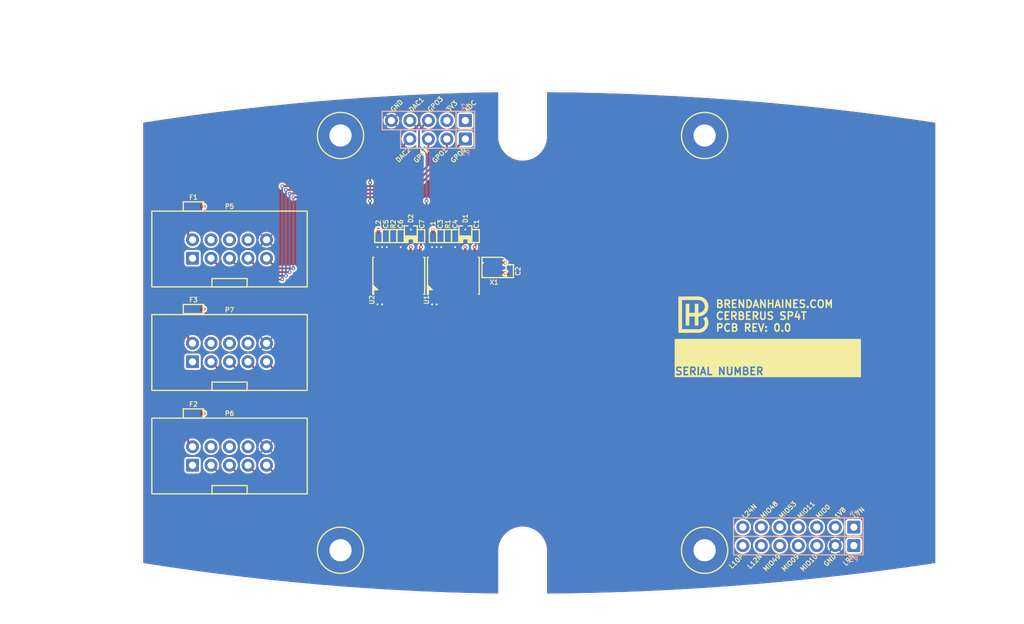
<source format=kicad_pcb>
(kicad_pcb
	(version 20240108)
	(generator "pcbnew")
	(generator_version "8.0")
	(general
		(thickness 1.6)
		(legacy_teardrops no)
	)
	(paper "A")
	(title_block
		(title "${PROJECT_NAME}")
		(rev "${PCB_REVISION}")
		(company "BRENDANHAINES.COM")
	)
	(layers
		(0 "F.Cu" signal)
		(1 "In1.Cu" signal)
		(2 "In2.Cu" signal)
		(31 "B.Cu" signal)
		(32 "B.Adhes" user "B.Adhesive")
		(33 "F.Adhes" user "F.Adhesive")
		(34 "B.Paste" user)
		(35 "F.Paste" user)
		(36 "B.SilkS" user "B.Silkscreen")
		(37 "F.SilkS" user "F.Silkscreen")
		(38 "B.Mask" user)
		(39 "F.Mask" user)
		(40 "Dwgs.User" user "User.Drawings")
		(41 "Cmts.User" user "User.Comments")
		(42 "Eco1.User" user "User.Eco1")
		(43 "Eco2.User" user "User.Eco2")
		(44 "Edge.Cuts" user)
		(45 "Margin" user)
		(46 "B.CrtYd" user "B.Courtyard")
		(47 "F.CrtYd" user "F.Courtyard")
		(48 "B.Fab" user)
		(49 "F.Fab" user)
		(50 "User.1" user)
		(51 "User.2" user)
		(52 "User.3" user)
		(53 "User.4" user)
		(54 "User.5" user)
		(55 "User.6" user)
		(56 "User.7" user)
		(57 "User.8" user)
		(58 "User.9" user)
	)
	(setup
		(stackup
			(layer "F.SilkS"
				(type "Top Silk Screen")
				(color "White")
			)
			(layer "F.Paste"
				(type "Top Solder Paste")
			)
			(layer "F.Mask"
				(type "Top Solder Mask")
				(color "Green")
				(thickness 0.01)
			)
			(layer "F.Cu"
				(type "copper")
				(thickness 0.035)
			)
			(layer "dielectric 1"
				(type "core")
				(thickness 0.48)
				(material "FR4")
				(epsilon_r 4.5)
				(loss_tangent 0.02)
			)
			(layer "In1.Cu"
				(type "copper")
				(thickness 0.035)
			)
			(layer "dielectric 2"
				(type "prepreg")
				(thickness 0.48)
				(material "FR4")
				(epsilon_r 4.5)
				(loss_tangent 0.02)
			)
			(layer "In2.Cu"
				(type "copper")
				(thickness 0.035)
			)
			(layer "dielectric 3"
				(type "core")
				(thickness 0.48)
				(material "FR4")
				(epsilon_r 4.5)
				(loss_tangent 0.02)
			)
			(layer "B.Cu"
				(type "copper")
				(thickness 0.035)
			)
			(layer "B.Mask"
				(type "Bottom Solder Mask")
				(color "Green")
				(thickness 0.01)
			)
			(layer "B.Paste"
				(type "Bottom Solder Paste")
			)
			(layer "B.SilkS"
				(type "Bottom Silk Screen")
				(color "White")
			)
			(copper_finish "ENIG")
			(dielectric_constraints no)
		)
		(pad_to_mask_clearance 0)
		(allow_soldermask_bridges_in_footprints no)
		(grid_origin 80.01 123.19)
		(pcbplotparams
			(layerselection 0x00010fc_ffffffff)
			(plot_on_all_layers_selection 0x0000000_00000000)
			(disableapertmacros no)
			(usegerberextensions no)
			(usegerberattributes yes)
			(usegerberadvancedattributes yes)
			(creategerberjobfile yes)
			(dashed_line_dash_ratio 12.000000)
			(dashed_line_gap_ratio 3.000000)
			(svgprecision 4)
			(plotframeref no)
			(viasonmask no)
			(mode 1)
			(useauxorigin no)
			(hpglpennumber 1)
			(hpglpenspeed 20)
			(hpglpendiameter 15.000000)
			(pdf_front_fp_property_popups yes)
			(pdf_back_fp_property_popups yes)
			(dxfpolygonmode yes)
			(dxfimperialunits yes)
			(dxfusepcbnewfont yes)
			(psnegative no)
			(psa4output no)
			(plotreference yes)
			(plotvalue yes)
			(plotfptext yes)
			(plotinvisibletext no)
			(sketchpadsonfab no)
			(subtractmaskfromsilk no)
			(outputformat 1)
			(mirror no)
			(drillshape 1)
			(scaleselection 1)
			(outputdirectory "")
		)
	)
	(property "PCB_REVISION" "0.0")
	(property "PROJECT_NAME" "CERBERUS SP4T")
	(net 0 "")
	(net 1 "GND")
	(net 2 "/GPO1")
	(net 3 "/GPO2")
	(net 4 "/DAC2")
	(net 5 "/GPO0")
	(net 6 "/ADC")
	(net 7 "/DAC1")
	(net 8 "/GPO3")
	(net 9 "VDC_3V3")
	(net 10 "/L12N")
	(net 11 "/L9N")
	(net 12 "/L10P")
	(net 13 "/MIO49")
	(net 14 "/MIO09")
	(net 15 "/MIO10")
	(net 16 "/MIO48")
	(net 17 "/MIO11")
	(net 18 "/L24N")
	(net 19 "/MIO0")
	(net 20 "/L7N")
	(net 21 "VDC_1V8")
	(net 22 "/MIO53")
	(net 23 "Net-(U1-VA)")
	(net 24 "Net-(U1-VREF)")
	(net 25 "Net-(U2-VA)")
	(net 26 "Net-(U2-VREF)")
	(net 27 "/D1_7")
	(net 28 "/D1_6")
	(net 29 "/ADC_CLK")
	(net 30 "/D1_3")
	(net 31 "/D1_5")
	(net 32 "/D1_4")
	(net 33 "/D1_2")
	(net 34 "/D1_0")
	(net 35 "/D1_1")
	(net 36 "/D2_6")
	(net 37 "/D2_1")
	(net 38 "/D2_0")
	(net 39 "/D2_2")
	(net 40 "/D2_4")
	(net 41 "/D2_5")
	(net 42 "/D2_3")
	(net 43 "/D2_7")
	(net 44 "Net-(F2-Pad2)")
	(net 45 "Net-(F3-Pad2)")
	(net 46 "Net-(F1-Pad2)")
	(net 47 "unconnected-(P5-Pad8)")
	(net 48 "unconnected-(P5-Pad4)")
	(net 49 "unconnected-(P5-Pad6)")
	(net 50 "unconnected-(P5-Pad1)")
	(net 51 "unconnected-(P6-Pad6)")
	(net 52 "unconnected-(P6-Pad8)")
	(net 53 "unconnected-(P6-Pad1)")
	(net 54 "unconnected-(P6-Pad4)")
	(net 55 "unconnected-(P7-Pad1)")
	(net 56 "unconnected-(P7-Pad4)")
	(net 57 "unconnected-(P7-Pad8)")
	(net 58 "unconnected-(P7-Pad6)")
	(footprint "common:R0603" (layer "F.Cu") (at 59.817 90.043 180))
	(footprint "common:SOP20_TI_PW0020A" (layer "F.Cu") (at 88.011 85.471 90))
	(footprint "common:PinHeader_2x05_P2.54mm_Vertical_Shrouded" (layer "F.Cu") (at 59.69 97.282))
	(footprint "common:MH120X230_#4" (layer "F.Cu") (at 130.0099 123.19))
	(footprint "common:SOD-323" (layer "F.Cu") (at 89.662 79.756 90))
	(footprint "common:C0402" (layer "F.Cu") (at 95.762 80.01 90))
	(footprint "common:C0402" (layer "F.Cu") (at 98.556 80.01 90))
	(footprint "common:LOGO_BH" (layer "F.Cu") (at 128.905 93.218))
	(footprint "common:PinHeader_2x05_P2.54mm_Vertical_Shrouded" (layer "F.Cu") (at 59.69 111.506))
	(footprint "common:C0402" (layer "F.Cu") (at 93.73 80.01 90))
	(footprint "common:SOD-323" (layer "F.Cu") (at 97.159 79.756 90))
	(footprint "common:C0402" (layer "F.Cu") (at 88.265 80.01 90))
	(footprint "common:R0603" (layer "F.Cu") (at 59.817 104.394 180))
	(footprint "common:C0402" (layer "F.Cu") (at 86.233 80.01 90))
	(footprint "common:OSCILLATOR_250X200" (layer "F.Cu") (at 101.092 84.328 -90))
	(footprint "common:PinHeader_2x05_P2.54mm_Vertical_Shrouded" (layer "F.Cu") (at 59.69 83.058))
	(footprint "common:MH120X230_#4" (layer "F.Cu") (at 130.0099 66.1924))
	(footprint "common:R0402" (layer "F.Cu") (at 87.249 80.01 -90))
	(footprint "common:R0603" (layer "F.Cu") (at 59.817 75.946 180))
	(footprint "common:MH120X230_#4" (layer "F.Cu") (at 80.01 123.19))
	(footprint "common:SOP20_TI_PW0020A" (layer "F.Cu") (at 95.504 85.471 90))
	(footprint "common:C0402" (layer "F.Cu") (at 91.059 80.01 90))
	(footprint "common:R0402" (layer "F.Cu") (at 94.746 80.01 -90))
	(footprint "common:MH120X230_#4" (layer "F.Cu") (at 80.01 66.1924))
	(footprint "common:R0402" (layer "F.Cu") (at 85.217 80.01 -90))
	(footprint "common:C0402" (layer "F.Cu") (at 103.251 84.836 90))
	(footprint "common:R0402" (layer "F.Cu") (at 92.714 80.01 -90))
	(footprint "common:PinHeader_1x07_P2.54mm_Vertical" (layer "B.Cu") (at 150.495 120.015 180))
	(footprint "common:PinHeader_1x07_P2.54mm_Vertical" (layer "B.Cu") (at 150.495 122.555 180))
	(footprint "common:PinHeader_1x04_P2.54mm_Vertical" (layer "B.Cu") (at 97.155 66.675 180))
	(footprint "common:PinHeader_1x05_P2.54mm_Vertical" (layer "B.Cu") (at 97.155 64.135 180))
	(gr_poly
		(pts
			(xy 138.176 99.314) (xy 151.384 99.314) (xy 151.384 94.234) (xy 125.984 94.234) (xy 125.984 97.79)
			(xy 138.176 97.79)
		)
		(stroke
			(width 0.1778)
			(type solid)
		)
		(fill solid)
		(layer "F.SilkS")
		(uuid "54e388d0-9772-4369-ac3e-a28d27a63d02")
	)
	(gr_rect
		(start 125.984 97.79)
		(end 138.176 99.314)
		(stroke
			(width 0.1778)
			(type default)
		)
		(fill none)
		(layer "F.SilkS")
		(uuid "7dc4bab5-1662-4e93-ae85-edfcd135bfe1")
	)
	(gr_line
		(start 52.7304 64.262)
		(end 52.7304 125.1204)
		(stroke
			(width 0.0254)
			(type default)
		)
		(layer "Edge.Cuts")
		(uuid "01eeaaa2-1d96-4fbe-a7c0-eab31686fcf1")
	)
	(gr_line
		(start 101.854 123.2916)
		(end 101.854 129.3368)
		(stroke
			(width 0.0254)
			(type default)
		)
		(layer "Edge.Cuts")
		(uuid "028f1051-2530-4ab2-b4aa-4fe77a954fee")
	)
	(gr_arc
		(start 52.7304 64.262)
		(mid 77.21685 61.27593)
		(end 101.854 60.0456)
		(stroke
			(width 0.0254)
			(type default)
		)
		(layer "Edge.Cuts")
		(uuid "0539845f-d0b8-466b-a84b-778189f6f142")
	)
	(gr_arc
		(start 108.1786 60.0456)
		(mid 135.10175 61.194225)
		(end 161.8742 64.262)
		(stroke
			(width 0.0254)
			(type default)
		)
		(layer "Edge.Cuts")
		(uuid "21fa8685-cbea-48e3-ba4b-3bdab39869cb")
	)
	(gr_line
		(start 161.8742 64.262)
		(end 161.8742 125.1204)
		(stroke
			(width 0.0254)
			(type default)
		)
		(layer "Edge.Cuts")
		(uuid "2351c6a1-8a6b-4eef-bde0-6b8a961f2eae")
	)
	(gr_line
		(start 108.1786 66.294)
		(end 108.1786 60.0456)
		(stroke
			(width 0.0254)
			(type default)
		)
		(layer "Edge.Cuts")
		(uuid "35169102-ec27-4d86-9b9f-b37ae62cb9bc")
	)
	(gr_arc
		(start 101.854 123.2916)
		(mid 105.0163 120.1293)
		(end 108.1786 123.2916)
		(stroke
			(width 0.0254)
			(type default)
		)
		(layer "Edge.Cuts")
		(uuid "3c1f4706-a351-4cdf-9aba-d7bce8b90f26")
	)
	(gr_arc
		(start 101.854 129.3368)
		(mid 77.21685 128.10647)
		(end 52.7304 125.1204)
		(stroke
			(width 0.0254)
			(type default)
		)
		(layer "Edge.Cuts")
		(uuid "6a69de1c-5ddb-4080-85c6-44cb49680848")
	)
	(gr_arc
		(start 161.8742 125.1204)
		(mid 135.10175 128.188175)
		(end 108.1786 129.3368)
		(stroke
			(width 0.0254)
			(type default)
		)
		(layer "Edge.Cuts")
		(uuid "719d83d8-8deb-4654-ad43-144c8890a801")
	)
	(gr_arc
		(start 108.1786 66.294)
		(mid 105.0163 69.4563)
		(end 101.854 66.294)
		(stroke
			(width 0.0254)
			(type default)
		)
		(layer "Edge.Cuts")
		(uuid "b2207f3b-c003-409c-a3da-c269b7eb26e0")
	)
	(gr_line
		(start 108.1786 123.2916)
		(end 108.1786 129.3368)
		(stroke
			(width 0.0254)
			(type default)
		)
		(layer "Edge.Cuts")
		(uuid "d983f51f-a4c1-48ea-98a9-0aaeffa08bc2")
	)
	(gr_line
		(start 101.854 66.294)
		(end 101.854 60.0456)
		(stroke
			(width 0.0254)
			(type default)
		)
		(layer "Edge.Cuts")
		(uuid "ff1f63a4-9257-4195-87a5-270fd42b64fa")
	)
	(gr_text "L7N"
		(at 150.495 118.745 45)
		(layer "F.SilkS")
		(uuid "1cdc6d0f-337c-409a-b1da-968567fe4e07")
		(effects
			(font
				(size 0.635 0.635)
				(thickness 0.127)
				(bold yes)
			)
			(justify left)
		)
	)
	(gr_text "GND"
		(at 147.955 123.825 45)
		(layer "F.SilkS")
		(uuid "1d633a11-fa35-47bf-85d6-2ca7e9618761")
		(effects
			(font
				(size 0.635 0.635)
				(thickness 0.127)
				(bold yes)
			)
			(justify right)
		)
	)
	(gr_text "MIO09"
		(at 142.875 123.825 45)
		(layer "F.SilkS")
		(uuid "1d9b0497-2944-4518-9de8-59fb3f31cd85")
		(effects
			(font
				(size 0.635 0.635)
				(thickness 0.127)
				(bold yes)
			)
			(justify right)
		)
	)
	(gr_text "GND"
		(at 86.995 62.865 45)
		(layer "F.SilkS")
		(uuid "32763687-5bbe-4fa7-a03f-9aab5b9b62f1")
		(effects
			(font
				(size 0.635 0.635)
				(thickness 0.127)
				(bold yes)
			)
			(justify left)
		)
	)
	(gr_text "MIO53"
		(at 140.335 118.745 45)
		(layer "F.SilkS")
		(uuid "40d1187b-e6b7-4189-8ff4-2c8c90803fbd")
		(effects
			(font
				(size 0.635 0.635)
				(thickness 0.127)
				(bold yes)
			)
			(justify left)
		)
	)
	(gr_text "BRENDANHAINES.COM\n${PROJECT_NAME}\nPCB REV: ${PCB_REVISION}"
		(at 131.445 93.218 0)
		(layer "F.SilkS")
		(uuid "437bdfe8-9461-4ec7-870c-371d6a52dc16")
		(effects
			(font
				(size 1.016 1.016)
				(thickness 0.2032)
				(bold yes)
			)
			(justify left bottom)
		)
	)
	(gr_text "GPO0"
		(at 97.155 67.945 45)
		(layer "F.SilkS")
		(uuid "4e282f1b-fe44-4e52-8424-163d35aa00b7")
		(effects
			(font
				(size 0.635 0.635)
				(thickness 0.127)
				(bold yes)
			)
			(justify right)
		)
	)
	(gr_text "1V8"
		(at 147.955 118.745 45)
		(layer "F.SilkS")
		(uuid "50d5c08f-ca70-40f2-a10f-c5bd703c6387")
		(effects
			(font
				(size 0.635 0.635)
				(thickness 0.127)
				(bold yes)
			)
			(justify left)
		)
	)
	(gr_text "L24N"
		(at 135.255 118.745 45)
		(layer "F.SilkS")
		(uuid "6be3ee54-d0db-492a-abbf-1d2a441bdebd")
		(effects
			(font
				(size 0.635 0.635)
				(thickness 0.127)
				(bold yes)
			)
			(justify left)
		)
	)
	(gr_text "SERIAL NUMBER"
		(at 125.857 99.187 0)
		(layer "F.SilkS" knockout)
		(uuid "6c2be5ce-85b7-4de0-9953-9a61d10d3e1f")
		(effects
			(font
				(size 1.016 1.016)
				(thickness 0.2032)
				(bold yes)
			)
			(justify left bottom)
		)
	)
	(gr_text "L9N"
		(at 150.495 123.825 45)
		(layer "F.SilkS")
		(uuid "88c70311-50ca-4c2c-81ac-eface2986662")
		(effects
			(font
				(size 0.635 0.635)
				(thickness 0.127)
				(bold yes)
			)
			(justify right)
		)
	)
	(gr_text "ADC"
		(at 97.155 62.865 45)
		(layer "F.SilkS")
		(uuid "8bb9fc9c-5e6a-4340-90b7-1c8a637bfdd1")
		(effects
			(font
				(size 0.635 0.635)
				(thickness 0.127)
				(bold yes)
			)
			(justify left)
		)
	)
	(gr_text "DAC2"
		(at 89.535 67.945 45)
		(layer "F.SilkS")
		(uuid "8dace095-4eb4-4bfe-b984-7191fb8bc0e4")
		(effects
			(font
				(size 0.635 0.635)
				(thickness 0.127)
				(bold yes)
			)
			(justify right)
		)
	)
	(gr_text "L10P"
		(at 135.255 123.825 45)
		(layer "F.SilkS")
		(uuid "8f655222-c250-4b8a-823d-e28e44254b5b")
		(effects
			(font
				(size 0.635 0.635)
				(thickness 0.127)
				(bold yes)
			)
			(justify right)
		)
	)
	(gr_text "MIO48"
		(at 137.795 118.745 45)
		(layer "F.SilkS")
		(uuid "9e241a46-25b4-4116-9c4e-ebff1490ab27")
		(effects
			(font
				(size 0.635 0.635)
				(thickness 0.127)
				(bold yes)
			)
			(justify left)
		)
	)
	(gr_text "L12N"
		(at 137.795 123.825 45)
		(layer "F.SilkS")
		(uuid "add93b29-be5f-4919-ac3a-0ba6f12c0348")
		(effects
			(font
				(size 0.635 0.635)
				(thickness 0.127)
				(bold yes)
			)
			(justify right)
		)
	)
	(gr_text "GPO3"
		(at 92.075 62.865 45)
		(layer "F.SilkS")
		(uuid "afb3f834-9b19-4667-8d39-9049800dfba3")
		(effects
			(font
				(size 0.635 0.635)
				(thickness 0.127)
				(bold yes)
			)
			(justify left)
		)
	)
	(gr_text "DAC1"
		(at 89.535 62.865 45)
		(layer "F.SilkS")
		(uuid "c622d78a-ca2a-4f82-b223-9632abefab8f")
		(effects
			(font
				(size 0.635 0.635)
				(thickness 0.127)
				(bold yes)
			)
			(justify left)
		)
	)
	(gr_text "MIO0"
		(at 145.415 118.745 45)
		(layer "F.SilkS")
		(uuid "cd7c1240-e884-4550-aa13-ce92a6c80779")
		(effects
			(font
				(size 0.635 0.635)
				(thickness 0.127)
				(bold yes)
			)
			(justify left)
		)
	)
	(gr_text "GPO1"
		(at 94.615 67.945 45)
		(layer "F.SilkS")
		(uuid "d491ca8a-7324-431a-9cd5-9fd076cc52f5")
		(effects
			(font
				(size 0.635 0.635)
				(thickness 0.127)
				(bold yes)
			)
			(justify right)
		)
	)
	(gr_text "MIO11"
		(at 142.875 118.745 45)
		(layer "F.SilkS")
		(uuid "e8325fa2-f8a3-44ca-9978-7bfeabd84427")
		(effects
			(font
				(size 0.635 0.635)
				(thickness 0.127)
				(bold yes)
			)
			(justify left)
		)
	)
	(gr_text "MIO10"
		(at 145.415 123.825 45)
		(layer "F.SilkS")
		(uuid "e833e563-2582-4392-a7d1-7ead7fb5c2d7")
		(effects
			(font
				(size 0.635 0.635)
				(thickness 0.127)
				(bold yes)
			)
			(justify right)
		)
	)
	(gr_text "3V3"
		(at 94.615 62.865 45)
		(layer "F.SilkS")
		(uuid "ec986e4d-d831-4952-bf6d-c8cd3ade1e29")
		(effects
			(font
				(size 0.635 0.635)
				(thickness 0.127)
				(bold yes)
			)
			(justify left)
		)
	)
	(gr_text "MIO49"
		(at 140.335 123.825 45)
		(layer "F.SilkS")
		(uuid "f45fb5e5-6f32-469f-9e03-1e281da8c205")
		(effects
			(font
				(size 0.635 0.635)
				(thickness 0.127)
				(bold yes)
			)
			(justify right)
		)
	)
	(gr_text "GPO2"
		(at 92.075 67.945 45)
		(layer "F.SilkS")
		(uuid "f4ef1a3c-5158-4fc3-a689-311ab536b7c7")
		(effects
			(font
				(size 0.635 0.635)
				(thickness 0.127)
				(bold yes)
			)
			(justify right)
		)
	)
	(dimension
		(type aligned)
		(layer "F.Fab")
		(uuid "01ee0b31-f02b-4470-b2f7-07b9d1207f38")
		(pts
			(xy 52.7304 64.262) (xy 161.8742 64.262)
		)
		(height -14.732)
		(gr_text "4.2970 in"
			(at 107.3023 48.387 0)
			(layer "F.Fab")
			(uuid "01ee0b31-f02b-4470-b2f7-07b9d1207f38")
			(effects
				(font
					(size 1.016 1.016)
					(thickness 0.127)
				)
			)
		)
		(format
			(prefix "")
			(suffix "")
			(units 3)
			(units_format 1)
			(precision 4)
		)
		(style
			(thickness 0.127)
			(arrow_length 1.27)
			(text_position_mode 0)
			(extension_height 0.58642)
			(extension_offset 6.35) keep_text_aligned)
	)
	(dimension
		(type aligned)
		(layer "F.Fab")
		(uuid "0517aec2-45e6-4cc3-9803-feed6af5a135")
		(pts
			(xy 109.347 59.8356) (xy 109.347 129.1268)
		)
		(height 69.977)
		(gr_text "2.7280 in"
			(at 38.227 94.4812 90)
			(layer "F.Fab")
			(uuid "0517aec2-45e6-4cc3-9803-feed6af5a135")
			(effects
				(font
					(size 1.016 1.016)
					(thickness 0.127)
				)
			)
		)
		(format
			(prefix "")
			(suffix "")
			(units 3)
			(units_format 1)
			(precision 4)
		)
		(style
			(thickness 0.127)
			(arrow_length 1.27)
			(text_position_mode 0)
			(extension_height 0.58642)
			(extension_offset 17.78) keep_text_aligned)
	)
	(dimension
		(type aligned)
		(layer "F.Fab")
		(uuid "226b6488-45b6-49fa-998f-108bc8a2286a")
		(pts
			(xy 52.7304 64.262) (xy 52.7304 125.1204)
		)
		(height 9.6774)
		(gr_text "2.3960 in"
			(at 41.91 94.6912 90)
			(layer "F.Fab")
			(uuid "226b6488-45b6-49fa-998f-108bc8a2286a")
			(effects
				(font
					(size 1.016 1.016)
					(thickness 0.127)
				)
			)
		)
		(format
			(prefix "")
			(suffix "")
			(units 3)
			(units_format 1)
			(precision 4)
		)
		(style
			(thickness 0.127)
			(arrow_length 1.27)
			(text_position_mode 0)
			(extension_height 0.58642)
			(extension_offset 2.54) keep_text_aligned)
	)
	(dimension
		(type aligned)
		(layer "F.Fab")
		(uuid "2892fb69-bc65-401b-badd-aa520ee8b469")
		(pts
			(xy 87.503 65.9824) (xy 87.503 122.98)
		)
		(height 40.894)
		(gr_text "2.2440 in"
			(at 45.466 94.4812 90)
			(layer "F.Fab")
			(uuid "2892fb69-bc65-401b-badd-aa520ee8b469")
			(effects
				(font
					(size 1.016 1.016)
					(thickness 0.127)
				)
			)
		)
		(format
			(prefix "")
			(suffix "")
			(units 3)
			(units_format 1)
			(precision 4)
		)
		(style
			(thickness 0.127)
			(arrow_length 1.27)
			(text_position_mode 0)
			(extension_height 0.58642)
			(extension_offset 0.254) keep_text_aligned)
	)
	(dimension
		(type aligned)
		(layer "F.Fab")
		(uuid "8539e48b-c969-41b7-bbcb-ea6a69f1c375")
		(pts
			(xy 105.0163 66.294) (xy 105.0163 123.2916)
		)
		(height -65.0367)
		(gr_text "2.2440 in"
			(at 168.91 94.7928 90)
			(layer "F.Fab")
			(uuid "8539e48b-c969-41b7-bbcb-ea6a69f1c375")
			(effects
				(font
					(size 1.016 1.016)
					(thickness 0.127)
				)
			)
		)
		(format
			(prefix "")
			(suffix "")
			(units 3)
			(units_format 1)
			(precision 4)
		)
		(style
			(thickness 0.127)
			(arrow_length 1.27)
			(text_position_mode 0)
			(extension_height 0.58642)
			(extension_offset 0.254) keep_text_aligned)
	)
	(dimension
		(type aligned)
		(layer "F.Fab")
		(uuid "da0fc324-3843-4697-9d01-01ce7e2f02da")
		(pts
			(xy 80.01 66.1924) (xy 130.0099 66.1924)
		)
		(height -11.7094)
		(gr_text "1.9685 in"
			(at 105.00995 53.34 0)
			(layer "F.Fab")
			(uuid "da0fc324-3843-4697-9d01-01ce7e2f02da")
			(effects
				(font
					(size 1.016 1.016)
					(thickness 0.127)
				)
			)
		)
		(format
			(prefix "")
			(suffix "")
			(units 3)
			(units_format 1)
			(precision 4)
		)
		(style
			(thickness 0.127)
			(arrow_length 1.27)
			(text_position_mode 0)
			(extension_height 0.58642)
			(extension_offset 7.62) keep_text_aligned)
	)
	(segment
		(start 98.556 79.585)
		(end 98.556 79.125)
		(width 0.254)
		(layer "F.Cu")
		(net 1)
		(uuid "0830f0ca-838a-4658-bf5b-b4e87b6cb973")
	)
	(segment
		(start 95.829 81.605)
		(end 95.758 81.534)
		(width 0.127)
		(layer "F.Cu")
		(net 1)
		(uuid "0b1ceb3b-b0df-426e-8d0d-840736731476")
	)
	(segment
		(start 85.736 82.571)
		(end 85.736 81.545)
		(width 0.127)
		(layer "F.Cu")
		(net 1)
		(uuid "1072b699-37ac-4154-b0f5-354c871cbd67")
	)
	(segment
		(start 88.265 79.585)
		(end 88.265 79.121)
		(width 0.254)
		(layer "F.Cu")
		(net 1)
		(uuid "1bb5bab3-9bc6-402a-b8bd-cb3fe063a446")
	)
	(segment
		(start 98.556 79.125)
		(end 98.552 79.121)
		(width 0.254)
		(layer "F.Cu")
		(net 1)
		(uuid "214007b9-33c3-4905-bcf9-cdc4452784b4")
	)
	(segment
		(start 85.086 82.571)
		(end 85.086 81.538)
		(width 0.127)
		(layer "F.Cu")
		(net 1)
		(uuid "28aa7d18-3291-493d-8bdb-91aba1625d52")
	)
	(segment
		(start 86.386 81.56)
		(end 86.36 81.534)
		(width 0.127)
		(layer "F.Cu")
		(net 1)
		(uuid "370dfa10-1d6d-4f38-8fc9-bff6ea48399d")
	)
	(segment
		(start 99.608 83.653)
		(end 99.568 83.693)
		(width 0.254)
		(layer "F.Cu")
		(net 1)
		(uuid "3a3577a3-0eb1-4a2c-8b4e-2b05213f32ed")
	)
	(segment
		(start 85.736 89.397)
		(end 85.725 89.408)
		(width 0.127)
		(layer "F.Cu")
		(net 1)
		(uuid "3b605353-a822-4c5c-979b-86e1c66897b7")
	)
	(segment
		(start 95.829 82.571)
		(end 95.829 81.605)
		(width 0.127)
		(layer "F.Cu")
		(net 1)
		(uuid "42443723-7b83-4412-9075-410646a532d3")
	)
	(segment
		(start 92.579 81.538)
		(end 92.583 81.534)
		(width 0.127)
		(layer "F.Cu")
		(net 1)
		(uuid "464b2b07-2f71-4e84-b97e-1b112a69e6ca")
	)
	(segment
		(start 85.086 88.371)
		(end 85.086 89.404)
		(width 0.127)
		(layer "F.Cu")
		(net 1)
		(uuid "48ac1c6d-207a-4dac-95ad-f316aefe8c95")
	)
	(segment
		(start 92.579 88.371)
		(end 92.579 89.404)
		(width 0.127)
		(layer "F.Cu")
		(net 1)
		(uuid "50b730e2-6f76-4545-8d36-0ab72fb0ffe8")
	)
	(segment
		(start 86.386 82.571)
		(end 86.386 81.56)
		(width 0.127)
		(layer "F.Cu")
		(net 1)
		(uuid "525e0171-e8ce-4c2d-aeb7-e660626310bf")
	)
	(segment
		(start 97.159 79.117)
		(end 97.155 79.121)
		(width 0.254)
		(layer "F.Cu")
		(net 1)
		(uuid "52985b5f-f5b2-4d79-b7aa-ec7f961cee40")
	)
	(segment
		(start 93.879 82.571)
		(end 93.879 81.56)
		(width 0.127)
		(layer "F.Cu")
		(net 1)
		(uuid "5cbabf97-f0a5-41b9-93e9-a174f3dca322")
	)
	(segment
		(start 85.736 81.545)
		(end 85.725 81.534)
		(width 0.127)
		(layer "F.Cu")
		(net 1)
		(uuid "5ee55142-5887-4ad4-a4c9-fd366db4e6a1")
	)
	(segment
		(start 91.059 79.585)
		(end 91.059 79.121)
		(width 0.254)
		(layer "F.Cu")
		(net 1)
		(uuid "63c0f405-584e-4d1b-b0b9-8afe68f89c0a")
	)
	(segment
		(start 88.336 82.571)
		(end 88.336 81.604991)
		(width 0.127)
		(layer "F.Cu")
		(net 1)
		(uuid "688ca362-25e4-4423-ac29-02663def9004")
	)
	(segment
		(start 89.662 78.701)
		(end 89.662 79.121)
		(width 0.254)
		(layer "F.Cu")
		(net 1)
		(uuid "71b42f38-1f64-4027-b7f8-cb66e5dd88a9")
	)
	(segment
		(start 93.73 79.585)
		(end 93.73 79.125)
		(width 0.254)
		(layer "F.Cu")
		(net 1)
		(uuid "868398b8-0d1a-47fc-82f8-34e20b366548")
	)
	(segment
		(start 97.159 78.701)
		(end 97.159 79.117)
		(width 0.254)
		(layer "F.Cu")
		(net 1)
		(uuid "944f1f42-8d1d-45c4-9913-9d64d64956fb")
	)
	(segment
		(start 93.879 81.56)
		(end 93.853 81.534)
		(width 0.127)
		(layer "F.Cu")
		(net 1)
		(uuid "9a3e1982-b867-41f7-b6c7-f4026dd9401f")
	)
	(segment
		(start 86.233 79.585)
		(end 86.233 79.121)
		(width 0.254)
		(layer "F.Cu")
		(net 1)
		(uuid "a24a9ca4-977e-43f8-b4ba-972314389691")
	)
	(segment
		(start 85.736 88.371)
		(end 85.736 89.397)
		(width 0.127)
		(layer "F.Cu")
		(net 1)
		(uuid "adc82979-0383-471a-b57c-8333ed783ba1")
	)
	(segment
		(start 93.73 79.125)
		(end 93.726 79.121)
		(width 0.254)
		(layer "F.Cu")
		(net 1)
		(uuid "b113f5e7-62dd-4a85-8445-81f53f4a0ab5")
	)
	(segment
		(start 93.229 81.545)
		(end 93.218 81.534)
		(width 0.127)
		(layer "F.Cu")
		(net 1)
		(uuid "b9e14420-a812-4599-a92b-be68e5dad5a9")
	)
	(segment
		(start 95.762 79.125)
		(end 95.758 79.121)
		(width 0.254)
		(layer "F.Cu")
		(net 1)
		(uuid "bcc92ec6-6ff1-4b05-ae96-d8712938a395")
	)
	(segment
		(start 100.267 83.653)
		(end 99.608 83.653)
		(width 0.254)
		(layer "F.Cu")
		(net 1)
		(uuid "d97dbed9-f5a7-48ce-bdb1-c566381b1f7a")
	)
	(segment
		(start 92.579 89.404)
		(end 92.583 89.408)
		(width 0.127)
		(layer "F.Cu")
		(net 1)
		(uuid "db6a0eb3-d59c-4328-9c10-5818bed89630")
	)
	(segment
		(start 92.579 82.571)
		(end 92.579 81.538)
		(width 0.127)
		(layer "F.Cu")
		(net 1)
		(uuid "e6dd0b86-14b2-46b9-b01b-7f85f6b75028")
	)
	(segment
		(start 88.336 81.604991)
		(end 88.265009 81.534)
		(width 0.127)
		(layer "F.Cu")
		(net 1)
		(uuid "e9b009a1-d12a-49fb-b8be-b6172717e033")
	)
	(segment
		(start 85.086 81.538)
		(end 85.09 81.534)
		(width 0.127)
		(layer "F.Cu")
		(net 1)
		(uuid "ec880121-227e-4693-9a42-a04a0a538f7b")
	)
	(segment
		(start 85.086 89.404)
		(end 85.09 89.408)
		(width 0.127)
		(layer "F.Cu")
		(net 1)
		(uuid "efa9b13e-2b03-4eba-8d66-5c25b5db9134")
	)
	(segment
		(start 93.229 89.397)
		(end 93.218 89.408)
		(width 0.127)
		(layer "F.Cu")
		(net 1)
		(uuid "f01ff3a1-cbbd-4fac-bfad-5ea1191ce0f7")
	)
	(segment
		(start 93.229 82.571)
		(end 93.229 81.545)
		(width 0.127)
		(layer "F.Cu")
		(net 1)
		(uuid "f112905a-4d42-4712-8d79-5de9ae00412f")
	)
	(segment
		(start 93.229 88.371)
		(end 93.229 89.397)
		(width 0.127)
		(layer "F.Cu")
		(net 1)
		(uuid "f973b6e9-8283-489c-8480-c7b78dfe1490")
	)
	(segment
		(start 95.762 79.585)
		(end 95.762 79.125)
		(width 0.254)
		(layer "F.Cu")
		(net 1)
		(uuid "fbea7439-2d57-43cb-aafa-df11af3b1203")
	)
	(via
		(at 86.36 81.534)
		(size 0.508)
		(drill 0.254)
		(layers "F.Cu" "B.Cu")
		(net 1)
		(uuid "10aff4e0-7e80-4a18-aa96-0d42099a9fcb")
	)
	(via
		(at 93.726 79.121)
		(size 0.508)
		(drill 0.254)
		(layers "F.Cu" "B.Cu")
		(net 1)
		(uuid "11f8e328-c40f-4828-ba8e-51b1344d20b0")
	)
	(via
		(at 92.583 81.534)
		(size 0.508)
		(drill 0.254)
		(layers "F.Cu" "B.Cu")
		(net 1)
		(uuid "1a9bf0e0-07ea-40c1-a322-b9a5220157eb")
	)
	(via
		(at 95.758 81.534)
		(size 0.508)
		(drill 0.254)
		(layers "F.Cu" "B.Cu")
		(net 1)
		(uuid "2992e6b0-9573-41f6-a060-3d21cf09459f")
	)
	(via
		(at 85.725 81.534)
		(size 0.508)
		(drill 0.254)
		(layers "F.Cu" "B.Cu")
		(net 1)
		(uuid "33aed843-9a0c-4209-802b-452a4349337f")
	)
	(via
		(at 97.155 79.121)
		(size 0.508)
		(drill 0.254)
		(layers "F.Cu" "B.Cu")
		(net 1)
		(uuid "38ca8d43-236e-454d-af85-aae2e49aec02")
	)
	(via
		(at 85.09 81.534)
		(size 0.508)
		(drill 0.254)
		(layers "F.Cu" "B.Cu")
		(net 1)
		(uuid "406ebe85-c078-400c-8abc-c1f186465db4")
	)
	(via
		(at 93.853 81.534)
		(size 0.508)
		(drill 0.254)
		(layers "F.Cu" "B.Cu")
		(net 1)
		(uuid "5d812e5f-3a05-407c-a96b-07ce7c4973fc")
	)
	(via
		(at 85.725 89.408)
		(size 0.508)
		(drill 0.254)
		(layers "F.Cu" "B.Cu")
		(net 1)
		(uuid "6bec33e9-93e0-40b8-ad66-ed9eeb91df8f")
	)
	(via
		(at 92.583 89.408)
		(size 0.508)
		(drill 0.254)
		(layers "F.Cu" "B.Cu")
		(net 1)
		(uuid "706d9c16-6611-4a65-8a59-b94543c59489")
	)
	(via
		(at 88.265 79.121)
		(size 0.508)
		(drill 0.254)
		(layers "F.Cu" "B.Cu")
		(net 1)
		(uuid "7c4d33d1-2fd8-4599-b2b3-4112adc7c7b4")
	)
	(via
		(at 89.662 79.121)
		(size 0.508)
		(drill 0.254)
		(layers "F.Cu" "B.Cu")
		(net 1)
		(uuid "840f2970-41d5-49c2-a1f1-87faef9a3712")
	)
	(via
		(at 103.251 83.947)
		(size 0.508)
		(drill 0.254)
		(layers "F.Cu" "B.Cu")
		(net 1)
		(uuid "92534b10-f15f-4238-a526-9b3b1434684d")
	)
	(via
		(at 88.265009 81.534)
		(size 0.508)
		(drill 0.254)
		(layers "F.Cu" "B.Cu")
		(net 1)
		(uuid "a46891d4-a00b-4960-a0ac-362722b0fb02")
	)
	(via
		(at 85.09 89.408)
		(size 0.508)
		(drill 0.254)
		(layers "F.Cu" "B.Cu")
		(net 1)
		(uuid "a74a0162-11c9-4f8b-a0c8-a8b035e33f93")
	)
	(via
		(at 95.758 79.121)
		(size 0.508)
		(drill 0.254)
		(layers "F.Cu" "B.Cu")
		(net 1)
		(uuid "a9f447e5-4eea-401d-918f-6fd9c1d85205")
	)
	(via
		(at 86.233 79.121)
		(size 0.508)
		(drill 0.254)
		(layers "F.Cu" "B.Cu")
		(net 1)
		(uuid "b4b95495-a66b-49a3-a554-3bf08723dfdc")
	)
	(via
		(at 93.218 89.408)
		(size 0.508)
		(drill 0.254)
		(layers "F.Cu" "B.Cu")
		(net 1)
		(uuid "b693b968-dbdd-4c08-8ff7-8e6c7b8c7ba0")
	)
	(via
		(at 99.568 83.693)
		(size 0.508)
		(drill 0.254)
		(layers "F.Cu" "B.Cu")
		(net 1)
		(uuid "c222bd7a-9daa-41d0-8552-68f73e229d8e")
	)
	(via
		(at 98.552 79.121)
		(size 0.508)
		(drill 0.254)
		(layers "F.Cu" "B.Cu")
		(net 1)
		(uuid "cc667938-bb97-4466-822f-636245786098")
	)
	(via
		(at 93.218 81.534)
		(size 0.508)
		(drill 0.254)
		(layers "F.Cu" "B.Cu")
		(net 1)
		(uuid "e26d6191-e07e-417e-a26c-29fc2a16105f")
	)
	(via
		(at 91.059 79.121)
		(size 0.508)
		(drill 0.254)
		(layers "F.Cu" "B.Cu")
		(net 1)
		(uuid "e9b9f02c-c20c-4760-8cb2-3626ab4ce185")
	)
	(segment
		(start 69.215 84.963)
		(end 67.31 83.058)
		(width 0.254)
		(layer "F.Cu")
		(net 2)
		(uuid "385d49ab-818e-4d93-8f45-727929c9a08a")
	)
	(segment
		(start 94.615 66.675)
		(end 94.615 68.453)
		(width 0.254)
		(layer "F.Cu")
		(net 2)
		(uuid "538c601e-7ce3-47ce-a3c8-df9ca2e6cab9")
	)
	(segment
		(start 83.185 74.168)
		(end 73.025 74.168)
		(width 0.254)
		(layer "F.Cu")
		(net 2)
		(uuid "59f12ca9-efd8-4675-8750-b2cdca023923")
	)
	(segment
		(start 94.615 68.453)
		(end 88.9 74.168)
		(width 0.254)
		(layer "F.Cu")
		(net 2)
		(uuid "635baa02-0056-465c-b6f5-6488210f8521")
	)
	(segment
		(start 73.025 84.963)
		(end 69.215 84.963)
		(width 0.254)
		(layer "F.Cu")
		(net 2)
		(uuid "73fdf537-8e07-426d-b613-d62f1d7252b8")
	)
	(segment
		(start 88.9 74.168)
		(end 83.185 74.168)
		(width 0.254)
		(layer "F.Cu")
		(net 2)
		(uuid "b9c0993b-397f-4b47-bb4b-a2e90ff56fa2")
	)
	(via
		(at 73.025 84.963)
		(size 0.508)
		(drill 0.254)
		(layers "F.Cu" "B.Cu")
		(net 2)
		(uuid "56a78404-b229-471a-8085-94a5b42b73d2")
	)
	(via
		(at 73.025 74.168)
		(size 0.508)
		(drill 0.254)
		(layers "F.Cu" "B.Cu")
		(net 2)
		(uuid "65fb56ac-9c38-4e02-8e74-15ac1c013397")
	)
	(segment
		(start 73.025 74.168)
		(end 73.025 84.963)
		(width 0.254)
		(layer "B.Cu")
		(net 2)
		(uuid "08ea5459-14ef-4c56-96df-bbfbc4b4176c")
	)
	(segment
		(start 83.185 73.66)
		(end 72.517 73.66)
		(width 0.254)
		(layer "F.Cu")
		(net 3)
		(uuid "18a7b504-1f79-4deb-adfa-0acba6741840")
	)
	(segment
		(start 92.075 66.675)
		(end 92.075 70.231)
		(width 0.254)
		(layer "F.Cu")
		(net 3)
		(uuid "2a1d0d9b-6c99-40ea-8ab0-5adfee72f2d8")
	)
	(segment
		(start 72.517 85.471)
		(end 67.183 85.471)
		(width 0.254)
		(layer "F.Cu")
		(net 3)
		(uuid "4ad833d0-42f0-4e0b-9ca2-c5d0e2fe7217")
	)
	(segment
		(start 67.183 85.471)
		(end 64.77 83.058)
		(width 0.254)
		(layer "F.Cu")
		(net 3)
		(uuid "bff3d30d-1c6d-4fac-9479-ff47e49858b4")
	)
	(segment
		(start 92.075 70.231)
		(end 88.646 73.66)
		(width 0.254)
		(layer "F.Cu")
		(net 3)
		(uuid "c5f47ad8-315b-4c54-8d65-382819450138")
	)
	(segment
		(start 88.646 73.66)
		(end 83.185 73.66)
		(width 0.254)
		(layer "F.Cu")
		(net 3)
		(uuid "caec03b0-0d76-4dc1-b74a-5bd957b23a24")
	)
	(via
		(at 72.517 73.66)
		(size 0.508)
		(drill 0.254)
		(layers "F.Cu" "B.Cu")
		(net 3)
		(uuid "9509a270-2894-4799-a8cc-4fb4628df4f3")
	)
	(via
		(at 72.517 85.471)
		(size 0.508)
		(drill 0.254)
		(layers "F.Cu" "B.Cu")
		(net 3)
		(uuid "bc472cf4-27e7-4c0e-84ce-60683f436d9b")
	)
	(segment
		(start 72.517 73.66)
		(end 72.517 85.471)
		(width 0.254)
		(layer "B.Cu")
		(net 3)
		(uuid "865a447d-a88b-4f3a-8ab2-0b69cfe49f80")
	)
	(segment
		(start 84.074 72.644)
		(end 84.074 72.136)
		(width 0.254)
		(layer "F.Cu")
		(net 4)
		(uuid "5775f7c4-821d-42a6-94da-e77a8b6e3e06")
	)
	(segment
		(start 84.074 72.136)
		(end 89.535 66.675)
		(width 0.254)
		(layer "F.Cu")
		(net 4)
		(uuid "5b047aa0-d9ef-44b2-9238-740d1734a290")
	)
	(segment
		(start 86.536999 83.82)
		(end 87.036 83.320999)
		(width 0.254)
		(layer "F.Cu")
		(net 4)
		(uuid "5e1dc8bf-6666-46e5-9e4d-6bf57a3be773")
	)
	(segment
		(start 84.836 83.82)
		(end 86.536999 83.82)
		(width 0.254)
		(layer "F.Cu")
		(net 4)
		(uuid "aa47b55f-c2ff-4415-8bf6-b5927a7c367e")
	)
	(segment
		(start 87.036 83.320999)
		(end 87.036 82.571)
		(width 0.254)
		(layer "F.Cu")
		(net 4)
		(uuid "bbb6aef5-2d12-463c-a815-b1ad0fb05cbb")
	)
	(segment
		(start 84.074 75.184)
		(end 84.074 83.058)
		(width 0.254)
		(layer "F.Cu")
		(net 4)
		(uuid "d4b43068-bb13-44f0-a28c-1243654b7880")
	)
	(segment
		(start 84.074 83.058)
		(end 84.836 83.82)
		(width 0.254)
		(layer "F.Cu")
		(net 4)
		(uuid "f9524306-ed64-499f-b07f-a08fec855d14")
	)
	(via
		(at 84.074 75.184)
		(size 0.508)
		(drill 0.254)
		(layers "F.Cu" "B.Cu")
		(net 4)
		(uuid "001f413d-a746-4bed-82f1-3ddba923540c")
	)
	(via
		(at 84.074 72.644)
		(size 0.508)
		(drill 0.254)
		(layers "F.Cu" "B.Cu")
		(net 4)
		(uuid "7c84b90d-e164-41be-b0bc-859c964c65f8")
	)
	(segment
		(start 84.074 72.644)
		(end 84.074 75.184)
		(width 0.254)
		(layer "B.Cu")
		(net 4)
		(uuid "334832ae-ad75-4924-be7c-af715811a756")
	)
	(segment
		(start 71.247 84.455)
		(end 69.85 83.058)
		(width 0.254)
		(layer "F.Cu")
		(net 5)
		(uuid "1603b2a7-9764-4286-b97e-10519de6ec3e")
	)
	(segment
		(start 73.533 84.455)
		(end 71.247 84.455)
		(width 0.254)
		(layer "F.Cu")
		(net 5)
		(uuid "16da0322-9d2c-47a9-9096-dc9d2712300c")
	)
	(segment
		(start 89.154 74.676)
		(end 82.55 74.676)
		(width 0.254)
		(layer "F.Cu")
		(net 5)
		(uuid "70856529-1c0b-46f4-b2e6-3565a9320857")
	)
	(segment
		(start 97.155 66.675)
		(end 89.154 74.676)
		(width 0.254)
		(layer "F.Cu")
		(net 5)
		(uuid "c7eaff75-ed63-4d8c-9aca-296e856ca1d8")
	)
	(segment
		(start 82.55 74.676)
		(end 73.533 74.676)
		(width 0.254)
		(layer "F.Cu")
		(net 5)
		(uuid "f3ae4103-b341-4319-8c6d-686b51f5b76c")
	)
	(via
		(at 73.533 84.455)
		(size 0.508)
		(drill 0.254)
		(layers "F.Cu" "B.Cu")
		(net 5)
		(uuid "0ef3e2c2-11a0-43ff-bdae-e4862b18cca9")
	)
	(via
		(at 73.533 74.676)
		(size 0.508)
		(drill 0.254)
		(layers "F.Cu" "B.Cu")
		(net 5)
		(uuid "14e26230-7f4f-4697-8e9b-69676f433e2f")
	)
	(segment
		(start 73.533 74.676)
		(end 73.533 84.455)
		(width 0.254)
		(layer "B.Cu")
		(net 5)
		(uuid "e10f330c-bf87-45ae-99b4-7305dea4e44c")
	)
	(segment
		(start 91.821 83.084426)
		(end 91.821 78.74)
		(width 0.254)
		(layer "F.Cu")
		(net 7)
		(uuid "131231c0-f485-4af3-99a2-a0050b40e189")
	)
	(segment
		(start 94.529 82.571)
		(end 94.529 83.320999)
		(width 0.254)
		(layer "F.Cu")
		(net 7)
		(uuid "2ce3b494-2793-4b46-93f2-72af6ef150d1")
	)
	(segment
		(start 92.556574 83.82)
		(end 91.821 83.084426)
		(width 0.254)
		(layer "F.Cu")
		(net 7)
		(uuid "401f7ba1-11e6-48cd-9e62-ed741026dfac")
	)
	(segment
		(start 94.529 83.320999)
		(end 94.029999 83.82)
		(width 0.254)
		(layer "F.Cu")
		(net 7)
		(uuid "64933db0-19cd-45e4-8991-0e3fa067116e")
	)
	(segment
		(start 94.029999 83.82)
		(end 92.556574 83.82)
		(width 0.254)
		(layer "F.Cu")
		(net 7)
		(uuid "80e126fb-d758-4edc-8a38-36958e40b887")
	)
	(segment
		(start 91.821 78.74)
		(end 91.821 75.184)
		(width 0.254)
		(layer "F.Cu")
		(net 7)
		(uuid "9ad0fdfe-f813-4103-8e6a-54a81bdb92d0")
	)
	(via
		(at 91.821 75.184)
		(size 0.508)
		(drill 0.254)
		(layers "F.Cu" "B.Cu")
		(net 7)
		(uuid "14360518-5532-420b-b93e-fd3d09ec15a3")
	)
	(segment
		(start 90.805 65.405)
		(end 89.535 64.135)
		(width 0.254)
		(layer "B.Cu")
		(net 7)
		(uuid "1106049c-06bc-4963-961a-ae537bccc8bf")
	)
	(segment
		(start 91.821 68.707)
		(end 90.805 67.691)
		(width 0.254)
		(layer "B.Cu")
		(net 7)
		(uuid "29ea50ae-e7c6-4e51-9255-b87efb5eb2a0")
	)
	(segment
		(start 90.805 67.691)
		(end 90.805 65.405)
		(width 0.254)
		(layer "B.Cu")
		(net 7)
		(uuid "2f582e8e-6469-4ae0-9fb7-21478b141476")
	)
	(segment
		(start 91.821 75.184)
		(end 91.821 68.707)
		(width 0.254)
		(layer "B.Cu")
		(net 7)
		(uuid "88f9b523-ac79-4984-a9c8-a5c3335c8ea2")
	)
	(segment
		(start 72.009 85.979)
		(end 65.151 85.979)
		(width 0.254)
		(layer "F.Cu")
		(net 8)
		(uuid "09fc8683-36e6-4add-bc5e-11a557325b51")
	)
	(segment
		(start 90.805 65.405)
		(end 90.805 70.739)
		(width 0.254)
		(layer "F.Cu")
		(net 8)
		(uuid "13c019f4-1a0c-42b3-b3d9-fb21ee795997")
	)
	(segment
		(start 92.075 64.135)
		(end 90.805 65.405)
		(width 0.254)
		(layer "F.Cu")
		(net 8)
		(uuid "30b94c82-5e26-4c6f-98ea-dd0ee3079fa0")
	)
	(segment
		(start 88.392 73.152)
		(end 72.009 73.152)
		(width 0.254)
		(layer "F.Cu")
		(net 8)
		(uuid "4377e036-1d89-46d0-a706-e6637df07f3a")
	)
	(segment
		(start 90.805 70.739)
		(end 88.392 73.152)
		(width 0.254)
		(layer "F.Cu")
		(net 8)
		(uuid "9370977b-d2e6-4820-858a-1d038ee94415")
	)
	(segment
		(start 65.151 85.979)
		(end 62.23 83.058)
		(width 0.254)
		(layer "F.Cu")
		(net 8)
		(uuid "a14c09b7-b700-4157-8d61-837231ead9ae")
	)
	(via
		(at 72.009 85.979)
		(size 0.508)
		(drill 0.254)
		(layers "F.Cu" "B.Cu")
		(net 8)
		(uuid "dbdf7b99-3192-425c-a2e2-785022ed4e04")
	)
	(via
		(at 72.009 73.152)
		(size 0.508)
		(drill 0.254)
		(layers "F.Cu" "B.Cu")
		(net 8)
		(uuid "e9a4b19d-01f6-497a-8637-8525ac355319")
	)
	(segment
		(start 72.009 73.152)
		(end 72.009 85.979)
		(width 0.254)
		(layer "B.Cu")
		(net 8)
		(uuid "abf404b3-cbde-424b-8356-f4b076bec486")
	)
	(segment
		(start 98.556 81.403)
		(end 98.425 81.534)
		(width 0.254)
		(layer "F.Cu")
		(net 9)
		(uuid "01c29394-eef8-47c8-bb9b-7aac9e31e210")
	)
	(segment
		(start 97.129 82.571)
		(end 97.129 81.56)
		(width 0.254)
		(layer "F.Cu")
		(net 9)
		(uuid "1d4e717b-054b-4ee6-8d82-c42ffd07ba51")
	)
	(segment
		(start 101.917 85.003)
		(end 102.529 85.003)
		(width 0.254)
		(layer "F.Cu")
		(net 9)
		(uuid "1f69f0b0-511e-4adb-b613-f156346e2982")
	)
	(segment
		(start 98.429 82.571)
		(end 98.429 81.538)
		(width 0.254)
		(layer "F.Cu")
		(net 9)
		(uuid "4d72bc38-58e1-413d-9d56-fcbce195d02c")
	)
	(segment
		(start 89.636 82.571)
		(end 89.636 81.56)
		(width 0.254)
		(layer "F.Cu")
		(net 9)
		(uuid "4ed6bac3-760b-42ff-a8e3-9cc57d164bab")
	)
	(segment
		(start 97.129 81.56)
		(end 97.155 81.534)
		(width 0.254)
		(layer "F.Cu")
		(net 9)
		(uuid "53c9c31a-4216-4497-94ec-a0d6673e3e28")
	)
	(segment
		(start 92.714 79.125)
		(end 92.71 79.121)
		(width 0.254)
		(layer "F.Cu")
		(net 9)
		(uuid "566207ef-dfb6-4734-bea4-0ee1be0d43e3")
	)
	(segment
		(start 92.714 79.585)
		(end 92.714 79.125)
		(width 0.254)
		(layer "F.Cu")
		(net 9)
		(uuid "5b11c39f-cc7f-4e26-a9ad-8bf9b5deb8b2")
	)
	(segment
		(start 98.429 81.538)
		(end 98.425 81.534)
		(width 0.254)
		(layer "F.Cu")
		(net 9)
		(uuid "7cb95385-089c-461b-802e-6e0987f77284")
	)
	(segment
		(start 103.251 85.261)
		(end 102.787 85.261)
		(width 0.254)
		(layer "F.Cu")
		(net 9)
		(uuid "874b8b38-beca-45cd-a3f9-9635272720cc")
	)
	(segment
		(start 90.936 81.657)
		(end 91.059 81.534)
		(width 0.254)
		(layer "F.Cu")
		(net 9)
		(uuid "8a928950-3692-4d39-8835-66bc00f94e06")
	)
	(segment
		(start 102.576 83.653)
		(end 102.616 83.693)
		(width 0.254)
		(layer "F.Cu")
		(net 9)
		(uuid "8f3d0416-4330-46c1-a89b-607c9bae4e70")
	)
	(segment
		(start 101.917 83.653)
		(end 102.576 83.653)
		(width 0.254)
		(layer "F.Cu")
		(net 9)
		(uuid "97224c53-ed4f-4a93-8a1a-057b8f57847b")
	)
	(segment
		(start 89.636 81.56)
		(end 89.662 81.534)
		(width 0.254)
		(layer "F.Cu")
		(net 9)
		(uuid "9b12da68-9fbf-478e-a592-24f5a523a2a2")
	)
	(segment
		(start 60.542 90.043)
		(end 61.214 90.043)
		(width 0.254)
		(layer "F.Cu")
		(net 9)
		(uuid "9b47aacf-eb10-4b75-b467-c57c0a59295b")
	)
	(segment
		(start 85.217 79.585)
		(end 85.217 79.121)
		(width 0.254)
		(layer "F.Cu")
		(net 9)
		(uuid "b489495b-8a36-4b23-bcea-c8315a648a44")
	)
	(segment
		(start 60.542 75.946)
		(end 61.214 75.946)
		(width 0.254)
		(layer "F.Cu")
		(net 9)
		(uuid "b53825e4-fe2d-47d4-a8f8-aa19680d26f3")
	)
	(segment
		(start 60.542 104.394)
		(end 61.214 104.394)
		(width 0.254)
		(layer "F.Cu")
		(net 9)
		(uuid "d13c2dd7-f21a-48d9-ac27-2bf61e4ac9f8")
	)
	(segment
		(start 90.936 82.571)
		(end 90.936 81.657)
		(width 0.254)
		(layer "F.Cu")
		(net 9)
		(uuid "d5ccf815-97f3-4f60-9d3d-b62519fc647f")
	)
	(segment
		(start 98.556 80.435)
		(end 98.556 81.403)
		(width 0.254)
		(layer "F.Cu")
		(net 9)
		(uuid "ebf56477-a250-4aad-8c1d-78801bf38bf3")
	)
	(segment
		(start 102.787 85.261)
		(end 102.616 85.09)
		(width 0.254)
		(layer "F.Cu")
		(net 9)
		(uuid "fa7021f6-5c6c-414a-a579-ac6177a8b73d")
	)
	(segment
		(start 91.059 80.689)
		(end 91.059 81.534)
		(width 0.254)
		(layer "F.Cu")
		(net 9)
		(uuid "fdfcdff9-9b1d-4a27-bbbf-33e47ac50903")
	)
	(segment
		(start 102.529 85.003)
		(end 102.616 85.09)
		(width 0.254)
		(layer "F.Cu")
		(net 9)
		(uuid "fecaf8e5-292d-4209-b02f-80c1144fd08f")
	)
	(via
		(at 61.214 90.043)
		(size 0.508)
		(drill 0.254)
		(layers "F.Cu" "B.Cu")
		(net 9)
		(uuid "6a3d32ab-14b2-4d1f-963c-d998c64f5109")
	)
	(via
		(at 91.059 81.534)
		(size 0.508)
		(drill 0.254)
		(layers "F.Cu" "B.Cu")
		(net 9)
		(uuid "6e0fd7c9-cd55-4803-b9e1-c076bf07c3d5")
	)
	(via
		(at 61.214 75.946)
		(size 0.508)
		(drill 0.254)
		(layers "F.Cu" "B.Cu")
		(net 9)
		(uuid "83508dc1-979a-4a85-b8e2-0800bc05ba01")
	)
	(via
		(at 85.217 79.121)
		(size 0.508)
		(drill 0.254)
		(layers "F.Cu" "B.Cu")
		(net 9)
		(uuid "8ba9fb40-072b-4f18-9f23-202c1c151fc5")
	)
	(via
		(at 102.616 83.693)
		(size 0.508)
		(drill 0.254)
		(layers "F.Cu" "B.Cu")
		(net 9)
		(uuid "8ccf7b1a-1393-4126-8998-e799758f1419")
	)
	(via
		(at 98.425 81.534)
		(size 0.508)
		(drill 0.254)
		(layers "F.Cu" "B.Cu")
		(net 9)
		(uuid "9c4463d4-ec83-4306-ac1f-0eb3a6bfb924")
	)
	(via
		(at 92.71 79.121)
		(size 0.508)
		(drill 0.254)
		(layers "F.Cu" "B.Cu")
		(net 9)
		(uuid "aa6dcbdc-4c0e-4a41-8bcc-b5724e0168d3")
	)
	(via
		(at 89.662 81.534)
		(size 0.508)
		(drill 0.254)
		(layers "F.Cu" "B.Cu")
		(net 9)
		(uuid "adc009a5-524c-4153-b6ca-970caea4cc39")
	)
	(via
		(at 102.616 85.09)
		(size 0.508)
		(drill 0.254)
		(layers "F.Cu" "B.Cu")
		(net 9)
		(uuid "cb641feb-b03c-4074-b2fe-446af90fb82f")
	)
	(via
		(at 97.155 81.534)
		(size 0.508)
		(drill 0.254)
		(layers "F.Cu" "B.Cu")
		(net 9)
		(uuid "f37bf8ad-93ca-44e5-ba05-0cb7b22b2dd4")
	)
	(via
		(at 61.214 104.394)
		(size 0.508)
		(drill 0.254)
		(layers "F.Cu" "B.Cu")
		(net 9)
		(uuid "fcace244-5d5b-411f-b960-7a70ac300508")
	)
	(segment
		(start 94.705 80.989)
		(end 94.284 80.989)
		(width 0.254)
		(layer "F.Cu")
		(net 23)
		(uuid "04191a21-62a6-47d6-bb3e-992a9578fdba")
	)
	(segment
		(start 94.692484 79.585)
		(end 93.842484 80.435)
		(width 0.254)
		(layer "F.Cu")
		(net 23)
		(uuid "0fb58d49-8c2c-431f-a7f5-e7df478974b8")
	)
	(segment
		(start 94.746 79.585)
		(end 94.692484 79.585)
		(width 0.254)
		(layer "F.Cu")
		(net 23)
		(uuid "2facaf2f-9bb8-41aa-af2e-469e8478ee79")
	)
	(segment
		(start 95.179 81.463)
		(end 94.705 80.989)
		(width 0.254)
		(layer "F.Cu")
		(net 23)
		(uuid "66e36d9b-d7e3-4005-b93e-d5658f66e659")
	)
	(segment
		(start 92.714 80.435)
		(end 93.73 80.435)
		(width 0.254)
		(layer "F.Cu")
		(net 23)
		(uuid "7389be33-3101-4102-bdf4-7417fc8f9c35")
	)
	(segment
		(start 95.179 82.571)
		(end 95.179 81.463)
		(width 0.254)
		(layer "F.Cu")
		(net 23)
		(uuid "73d89fde-1118-432a-b5e3-119ac618f0e4")
	)
	(segment
		(start 93.842484 80.435)
		(end 93.73 80.435)
		(width 0.254)
		(layer "F.Cu")
		(net 23)
		(uuid "b2102a77-bd16-4b2c-aa32-3b0097da51e2")
	)
	(segment
		(start 94.284 80.989)
		(end 93.73 80.435)
		(width 0.254)
		(layer "F.Cu")
		(net 23)
		(uuid "f17ba861-cb71-4f56-8c77-16d1e6b5f311")
	)
	(segment
		(start 96.783 80.435)
		(end 97.159 80.811)
		(width 0.254)
		(layer "F.Cu")
		(net 24)
		(uuid "317f73d3-e71b-432e-9572-023d5664845c")
	)
	(segment
		(start 96.479 81.491)
		(end 97.159 80.811)
		(width 0.254)
		(layer "F.Cu")
		(net 24)
		(uuid "8da1f2cf-37fd-4820-9f02-0cee52ab6c9e")
	)
	(segment
		(start 94.746 80.435)
		(end 96.783 80.435)
		(width 0.254)
		(layer "F.Cu")
		(net 24)
		(uuid "c1a95aea-286f-4f9b-a229-7c3a62c7f972")
	)
	(segment
		(start 96.479 82.571)
		(end 96.479 81.491)
		(width 0.254)
		(layer "F.Cu")
		(net 24)
		(uuid "d1ca97a1-774a-46bf-8702-90a94c4eb471")
	)
	(segment
		(start 85.217 80.435)
		(end 86.233 80.435)
		(width 0.254)
		(layer "F.Cu")
		(net 25)
		(uuid "13b026b0-85b3-48dd-a371-5c6645753b10")
	)
	(segment
		(start 87.686 81.336)
		(end 87.339 80.989)
		(width 0.254)
		(layer "F.Cu")
		(net 25)
		(uuid "1e29e755-be3a-44c3-a7dd-a338afe4cf16")
	)
	(segment
		(start 86.787 80.989)
		(end 86.233 80.435)
		(width 0.254)
		(layer "F.Cu")
		(net 25)
		(uuid "4c9f0b67-7a25-4ba9-a902-9ebd11555ad3")
	)
	(segment
		(start 86.345484 80.435)
		(end 86.233 80.435)
		(width 0.254)
		(layer "F.Cu")
		(net 25)
		(uuid "85fbc001-de5e-403c-8df0-3a9ac920cfcc")
	)
	(segment
		(start 87.686 82.571)
		(end 87.686 81.336)
		(width 0.254)
		(layer "F.Cu")
		(net 25)
		(uuid "8e075997-41fe-485f-9ea4-d3007219aa3b")
	)
	(segment
		(start 87.249 79.585)
		(end 87.195484 79.585)
		(width 0.254)
		(layer "F.Cu")
		(net 25)
		(uuid "9b78512a-d3a9-499c-9715-5e562fa1189f")
	)
	(segment
		(start 87.195484 79.585)
		(end 86.345484 80.435)
		(width 0.254)
		(layer "F.Cu")
		(net 25)
		(uuid "a071ad40-154c-490b-91f0-285f8400db26")
	)
	(segment
		(start 87.339 80.989)
		(end 86.787 80.989)
		(width 0.254)
		(layer "F.Cu")
		(net 25)
		(uuid "cf4b34ff-6bc6-4aea-9f02-1d9d6c3dcb9c")
	)
	(segment
		(start 88.986 81.487)
		(end 89.662 80.811)
		(width 0.254)
		(layer "F.Cu")
		(net 26)
		(uuid "12bc2828-96c2-4060-96c1-c19769b8929b")
	)
	(segment
		(start 89.286 80.435)
		(end 89.662 80.811)
		(width 0.254)
		(layer "F.Cu")
		(net 26)
		(uuid "5fd132d4-6e37-4caa-b317-e098a7522d64")
	)
	(segment
		(start 88.986 82.571)
		(end 88.986 81.487)
		(width 0.254)
		(layer "F.Cu")
		(net 26)
		(uuid "b2647aff-20cc-4acc-8185-8ab2e61d2554")
	)
	(segment
		(start 87.249 80.435)
		(end 89.286 80.435)
		(width 0.254)
		(layer "F.Cu")
		(net 26)
		(uuid "dadc0d57-26fa-4b47-9358-d3494be8ee8b")
	)
	(segment
		(start 78.109 113.919)
		(end 64.643 113.919)
		(width 0.254)
		(layer "F.Cu")
		(net 27)
		(uuid "072a3c1f-a691-44bb-8f88-d5477ad8dc83")
	)
	(segment
		(start 98.429 93.595)
		(end 98.429 88.371)
		(width 0.254)
		(layer "F.Cu")
		(net 27)
		(uuid "88c6ef89-3c9f-426f-b186-56f14c8bdad6")
	)
	(segment
		(start 64.643 113.919)
		(end 62.23 111.506)
		(width 0.254)
		(layer "F.Cu")
		(net 27)
		(uuid "bc06752c-b3e2-4cfe-9c80-a8253d97a6d2")
	)
	(segment
		(start 98.429 93.599)
		(end 78.109 113.919)
		(width 0.254)
		(layer "F.Cu")
		(net 27)
		(uuid "efe3c004-1d4a-41dd-84d7-64a45b3f000e")
	)
	(segment
		(start 97.779 93.487)
		(end 77.855 113.411)
		(width 0.254)
		(layer "F.Cu")
		(net 28)
		(uuid "1f0a0bd2-219b-4c1d-a0d9-7c22d67ef132")
	)
	(segment
		(start 66.675 113.411)
		(end 64.77 111.506)
		(width 0.254)
		(layer "F.Cu")
		(net 28)
		(uuid "28794703-f613-4de5-a66a-8dcfb2cc52a9")
	)
	(segment
		(start 77.855 113.411)
		(end 66.675 113.411)
		(width 0.254)
		(layer "F.Cu")
		(net 28)
		(uuid "41425f02-aa57-4476-8541-814aa36004e0")
	)
	(segment
		(start 97.779 88.371)
		(end 97.779 93.483)
		(width 0.254)
		(layer "F.Cu")
		(net 28)
		(uuid "9724d39e-5d4e-4668-b3b2-7fda1c491d76")
	)
	(segment
		(start 100.267 85.003)
		(end 97.79 85.003)
		(width 0.254)
		(layer "F.Cu")
		(net 29)
		(uuid "0f0f8dc0-e638-47fb-bd36-82e5a5fee8ca")
	)
	(segment
		(start 90.286 84.063)
		(end 90.286 82.571)
		(width 0.254)
		(layer "F.Cu")
		(net 29)
		(uuid "3dad5b7d-0bf2-41c1-9f55-f9cfc4d6717e")
	)
	(segment
		(start 91.226 85.003)
		(end 90.286 84.063)
		(width 0.254)
		(layer "F.Cu")
		(net 29)
		(uuid "80d9793b-e666-416e-a9dd-5c9fe7c9775b")
	)
	(segment
		(start 97.779 82.571)
		(end 97.779 84.992)
		(width 0.254)
		(layer "F.Cu")
		(net 29)
		(uuid "dd356443-8bb1-40e8-b44f-068417c91595")
	)
	(segment
		(start 97.79 85.003)
		(end 91.226 85.003)
		(width 0.254)
		(layer "F.Cu")
		(net 29)
		(uuid "f0f0e3fe-85f0-4f74-8738-4c10f47a6d97")
	)
	(segment
		(start 97.779 84.992)
		(end 97.79 85.003)
		(width 0.254)
		(layer "F.Cu")
		(net 29)
		(uuid "f9448868-e344-48dd-9f53-487165ea56b3")
	)
	(segment
		(start 77.601 112.903)
		(end 68.707 112.903)
		(width 0.254)
		(layer "F.Cu")
		(net 31)
		(uuid "7cd4db2d-3ba9-4fd5-a16e-2d2ec149bbba")
	)
	(segment
		(start 68.707 112.903)
		(end 67.31 111.506)
		(width 0.254)
		(layer "F.Cu")
		(net 31)
		(uuid "863f7a22-7577-4c0d-8f24-9dc3fca8ee77")
	)
	(segment
		(start 97.129 93.371)
		(end 97.129 88.371)
		(width 0.254)
		(layer "F.Cu")
		(net 31)
		(uuid "b0fb09e0-2076-41a5-ae3b-8a6b91c364ca")
	)
	(segment
		(start 97.129 93.375)
		(end 77.601 112.903)
		(width 0.254)
		(layer "F.Cu")
		(net 31)
		(uuid "f1f65d4e-03b4-451e-927a-1d07ee1a069d")
	)
	(segment
		(start 70.739 112.395)
		(end 77.347 112.395)
		(width 0.254)
		(layer "F.Cu")
		(net 32)
		(uuid "3fbf46f7-59d5-4689-aee5-50fbe43b8eae")
	)
	(segment
		(start 77.347 112.395)
		(end 96.479 93.263)
		(width 0.254)
		(layer "F.Cu")
		(net 32)
		(uuid "49c0bff0-a796-48cc-8eb0-2242c6e6cf2e")
	)
	(segment
		(start 96.479 88.371)
		(end 96.479 93.259)
		(width 0.254)
		(layer "F.Cu")
		(net 32)
		(uuid "665c81b9-d9a7-48c3-9d2e-1cb9a1a8595c")
	)
	(segment
		(start 69.85 111.506)
		(end 70.739 112.395)
		(width 0.254)
		(layer "F.Cu")
		(net 32)
		(uuid "87c45acd-b7d9-4bd3-b675-34ccde36fe07")
	)
	(segment
		(start 66.675 99.187)
		(end 64.77 97.282)
		(width 0.254)
		(layer "F.Cu")
		(net 36)
		(uuid "1c73b523-61ec-4d00-91fe-16de8b4580ca")
	)
	(segment
		(start 90.286 90.054)
		(end 90.286 88.371)
		(width 0.254)
		(layer "F.Cu")
		(net 36)
		(uuid "6a38224f-18b9-4946-9768-dded7e05db23")
	)
	(segment
		(start 81.157 99.187)
		(end 66.675 99.187)
		(width 0.254)
		(layer "F.Cu")
		(net 36)
		(uuid "d3a8bffc-b693-4f65-95d3-81528c4d94b3")
	)
	(segment
		(start 90.286 90.058)
		(end 81.157 99.187)
		(width 0.254)
		(layer "F.Cu")
		(net 36)
		(uuid "f4575a5f-3dc2-48b8-92f7-b2b374a870bc")
	)
	(segment
		(start 88.986 89.834)
		(end 80.649 98.171)
		(width 0.254)
		(layer "F.Cu")
		(net 40)
		(uuid "35624c94-91e5-4fcb-a24c-f51ca1dcb63c")
	)
	(segment
		(start 80.649 98.171)
		(end 70.739 98.171)
		(width 0.254)
		(layer "F.Cu")
		(net 40)
		(uuid "3f7e762b-8cee-4b8b-be82-26d6ffe2dc25")
	)
	(segment
		(start 88.986 89.83)
		(end 88.986 88.371)
		(width 0.254)
		(layer "F.Cu")
		(net 40)
		(uuid "61933166-e59b-4b04-ba72-bfd6fc74cd47")
	)
	(segment
		(start 70.739 98.171)
		(end 69.85 97.282)
		(width 0.254)
		(layer "F.Cu")
		(net 40)
		(uuid "6a3bef37-90dd-4e70-9cd9-26b9e36ecf3b")
	)
	(segment
		(start 68.707 98.679)
		(end 67.31 97.282)
		(width 0.254)
		(layer "F.Cu")
		(net 41)
		(uuid "3d6db746-1a09-4ee4-8a61-2563fa73842e")
	)
	(segment
		(start 89.636 89.946)
		(end 80.903 98.679)
		(width 0.254)
		(layer "F.Cu")
		(net 41)
		(uuid "8520b683-9b64-437e-a0cd-ce1a88e5eba4")
	)
	(segment
		(start 80.903 98.679)
		(end 68.707 98.679)
		(width 0.254)
		(layer "F.Cu")
		(net 41)
		(uuid "cf00b277-2626-4c3d-a48b-0fb79a87b3e7")
	)
	(segment
		(start 89.636 88.371)
		(end 89.636 89.942)
		(width 0.254)
		(layer "F.Cu")
		(net 41)
		(uuid "d4c3a7c3-2210-4333-8aed-e63c8839ddcc")
	)
	(segment
		(start 81.411 99.695)
		(end 64.643 99.695)
		(width 0.254)
		(layer "F.Cu")
		(net 43)
		(uuid "1dd7d20a-41b4-4e1c-abf0-262b28a215dd")
	)
	(segment
		(start 90.936 90.17)
		(end 81.411 99.695)
		(width 0.254)
		(layer "F.Cu")
		(net 43)
		(uuid "5b7af33e-a3ca-4e30-b861-dd9542b9c053")
	)
	(segment
		(start 90.936 88.371)
		(end 90.936 90.166)
		(width 0.254)
		(layer "F.Cu")
		(net 43)
		(uuid "969bf18e-400c-4bbe-afca-28904b919734")
	)
	(segment
		(start 64.643 99.695)
		(end 62.23 97.282)
		(width 0.254)
		(layer "F.Cu")
		(net 43)
		(uuid "9cd71582-a373-4cd9-b7e7-477fac45a891")
	)
	(segment
		(start 59.092 108.368)
		(end 59.69 108.966)
		(width 0.254)
		(layer "F.Cu")
		(net 44)
		(uuid "41ea0728-fca0-4a51-8437-515e24989a0e")
	)
	(segment
		(start 59.092 104.902)
		(end 59.092 108.368)
		(width 0.254)
		(layer "F.Cu")
		(net 44)
		(uuid "fa4f2d4e-9d38-4733-8488-b5b792c7a500")
	)
	(segment
		(start 59.092 90.551)
		(end 59.092 94.144)
		(width 0.254)
		(layer "F.Cu")
		(net 45)
		(uuid "144443e2-af8c-49be-9f5a-2ade25b82649")
	)
	(segment
		(start 59.092 94.144)
		(end 59.69 94.742)
		(width 0.254)
		(layer "F.Cu")
		(net 45)
		(uuid "a04516ea-c371-4ea7-ae82-06dfcd237c49")
	)
	(segment
		(start 59.092 76.454)
		(end 59.092 79.92)
		(width 0.254)
		(layer "F.Cu")
		(net 46)
		(uuid "9114fccd-e8ea-4ea6-bb17-18d46ec41540")
	)
	(segment
		(start 59.092 79.92)
		(end 59.69 80.518)
		(width 0.254)
		(layer "F.Cu")
		(net 46)
		(uuid "9322146d-cc32-49b6-bde0-403f474b
... [482619 chars truncated]
</source>
